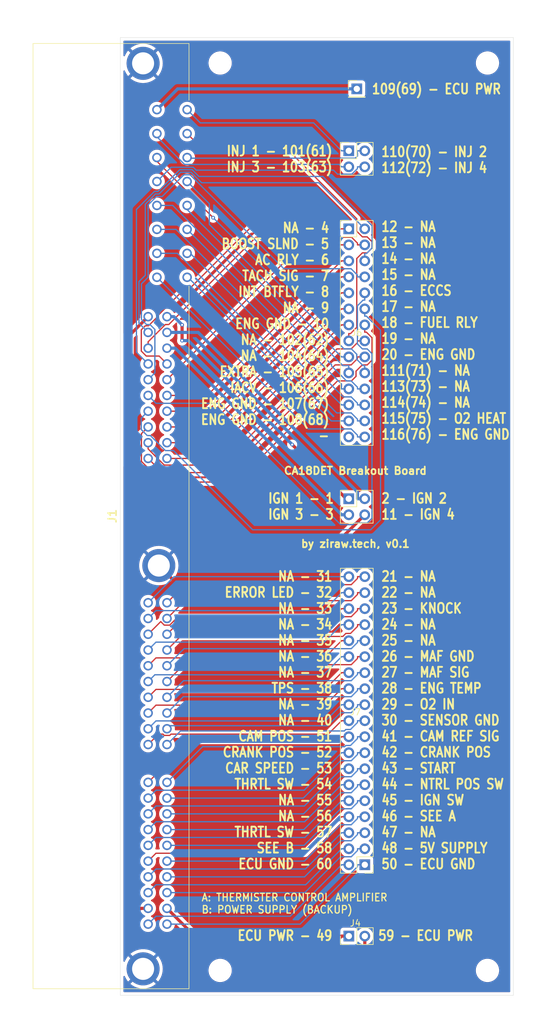
<source format=kicad_pcb>
(kicad_pcb (version 20240108) (generator "pcbnew") (generator_version "8.0")
  (layers (0 "F.Cu" signal) (31 "B.Cu" signal) (34 "B.Paste" user) (35 "F.Paste" user) (36 "B.SilkS" user "B.Silkscreen") (37 "F.SilkS" user "F.Silkscreen") (38 "B.Mask" user) (39 "F.Mask" user) (44 "Edge.Cuts" user))
  (net 0 "")
  (net 1 "Net-(J3-Pin_4)")
  (net 2 "Net-(J2-Pin_4)")
  (net 3 "Net-(J2-Pin_1)")
  (net 4 "Net-(J2-Pin_2)")
  (net 5 "Net-(J2-Pin_3)")
  (net 6 "Net-(J3-Pin_2)")
  (net 7 "Net-(J3-Pin_3)")
  (net 8 "GND")
  (net 9 "Net-(J3-Pin_1)")
  (net 10 "Net-(J4-Pin_1)")
  (net 11 "Net-(J4-Pin_2)")
  (net 12 "Net-(J5-Pin_1)")
  (net 13 "Net-(J6-Pin_11)")
  (net 14 "Net-(J6-Pin_23)")
  (net 15 "Net-(J6-Pin_8)")
  (net 16 "Net-(J6-Pin_24)")
  (net 17 "Net-(J6-Pin_18)")
  (net 18 "Net-(J6-Pin_19)")
  (net 19 "Net-(J6-Pin_6)")
  (net 20 "Net-(J6-Pin_7)")
  (net 21 "Net-(J6-Pin_13)")
  (net 22 "Net-(J6-Pin_9)")
  (net 23 "Net-(J6-Pin_14)")
  (net 24 "Net-(J6-Pin_21)")
  (net 25 "Net-(J6-Pin_26)")
  (net 26 "Net-(J6-Pin_5)")
  (net 27 "Net-(J6-Pin_15)")
  (net 28 "Net-(J6-Pin_16)")
  (net 29 "Net-(J6-Pin_25)")
  (net 30 "Net-(J6-Pin_10)")
  (net 31 "Net-(J6-Pin_3)")
  (net 32 "Net-(J6-Pin_1)")
  (net 33 "Net-(J6-Pin_22)")
  (net 34 "Net-(J6-Pin_17)")
  (net 35 "Net-(J6-Pin_4)")
  (net 36 "Net-(J6-Pin_12)")
  (net 37 "Net-(J6-Pin_28)")
  (net 38 "Net-(J6-Pin_20)")
  (net 39 "Net-(J6-Pin_2)")
  (net 40 "Net-(J7-Pin_21)")
  (net 41 "Net-(J7-Pin_2)")
  (net 42 "Net-(J7-Pin_22)")
  (net 43 "Net-(J7-Pin_6)")
  (net 44 "Net-(J7-Pin_16)")
  (net 45 "Net-(J7-Pin_12)")
  (net 46 "Net-(J7-Pin_13)")
  (net 47 "Net-(J7-Pin_9)")
  (net 48 "Net-(J7-Pin_19)")
  (net 49 "Net-(J7-Pin_23)")
  (net 50 "Net-(J7-Pin_38)")
  (net 51 "Net-(J7-Pin_4)")
  (net 52 "Net-(J7-Pin_37)")
  (net 53 "Net-(J7-Pin_32)")
  (net 54 "Net-(J7-Pin_34)")
  (net 55 "Net-(J7-Pin_8)")
  (net 56 "Net-(J7-Pin_1)")
  (net 57 "Net-(J7-Pin_28)")
  (net 58 "Net-(J7-Pin_7)")
  (net 59 "Net-(J7-Pin_25)")
  (net 60 "Net-(J7-Pin_31)")
  (net 61 "Net-(J7-Pin_29)")
  (net 62 "Net-(J7-Pin_18)")
  (net 63 "Net-(J7-Pin_17)")
  (net 64 "Net-(J7-Pin_5)")
  (net 65 "Net-(J7-Pin_33)")
  (net 66 "Net-(J7-Pin_35)")
  (net 67 "Net-(J7-Pin_20)")
  (net 68 "Net-(J7-Pin_10)")
  (net 69 "Net-(J7-Pin_15)")
  (net 70 "Net-(J7-Pin_14)")
  (net 71 "Net-(J7-Pin_3)")
  (net 72 "Net-(J7-Pin_24)")
  (net 73 "Net-(J7-Pin_36)")
  (net 74 "Net-(J7-Pin_27)")
  (net 75 "Net-(J7-Pin_11)")
  (net 76 "Net-(J7-Pin_26)")
  (net 77 "Net-(J7-Pin_30)")
  (footprint "MountingHole:MountingHole_3.2mm_M3" (layer "F.Cu") (at 117 171)
    (property "Reference" "H4" (hide yes))
    (property "Value" "MountingHole")
  )
  (footprint "Connector_PinHeader_2.54mm:PinHeader_2x19_P2.54mm_Vertical" (layer "F.Cu") (at 139.9988 154.2312 180)
    (property "Reference" "J7")
    (property "Value" "Conn_02x19_Odd_Even")
  )
  (footprint "KiCad:751743855" (layer "F.Cu") (at 106.9488 34.4012 90)
    (property "Reference" "J1")
    (property "Value" "7-5174385-5" (hide yes))
  )
  (footprint "Connector_PinHeader_2.54mm:PinHeader_2x02_P2.54mm_Vertical" (layer "F.Cu") (at 137.4488 96.1492)
    (property "Reference" "J2" (hide yes))
    (property "Value" "Conn_02x02_Counter_Clockwise")
  )
  (footprint "MountingHole:MountingHole_3.2mm_M3" (layer "F.Cu") (at 159.5 171)
    (property "Reference" "H3" (hide yes))
    (property "Value" "MountingHole")
  )
  (footprint "MountingHole:MountingHole_3.2mm_M3" (layer "F.Cu") (at 159.5 27)
    (property "Reference" "H1" (hide yes))
    (property "Value" "MountingHole")
  )
  (footprint "Connector_PinHeader_2.54mm:PinHeader_2x02_P2.54mm_Vertical" (layer "F.Cu") (at 137.4488 40.9352)
    (property "Reference" "J3" (hide yes))
    (property "Value" "Conn_02x02_Counter_Clockwise")
  )
  (footprint "Connector_PinHeader_2.54mm:PinHeader_2x14_P2.54mm_Vertical" (layer "F.Cu") (at 137.4488 53.3172)
    (property "Reference" "J6")
    (property "Value" "Conn_02x14_Odd_Even")
  )
  (footprint "Connector_PinHeader_2.54mm:PinHeader_1x01_P2.54mm_Vertical" (layer "F.Cu") (at 138.7238 31.1032)
    (property "Reference" "J5" (hide yes))
    (property "Value" "Conn_01x01")
  )
  (footprint "MountingHole:MountingHole_3.2mm_M3" (layer "F.Cu") (at 117 27)
    (property "Reference" "H2" (hide yes))
    (property "Value" "MountingHole")
  )
  (footprint "Connector_PinHeader_2.54mm:PinHeader_1x02_P2.54mm_Vertical" (layer "F.Cu") (at 137.46 165.5512 90)
    (property "Reference" "J4")
    (property "Value" "Conn_01x02")
  )
  (gr_rect (start 101.1238 22.9512) (end 163.6238 174.9512) (stroke (width 0.05)) (fill none) (layer "Edge.Cuts"))
  (gr_text "12 - NA\n13 - NA\n14 - NA\n15 - NA\n16 - ECCS\n17 - NA\n18 - FUEL RLY\n19 - NA\n20 - ENG GND\n111(71) - NA\n113(73) - NA\n114(74) - NA\n115(75) - O2 HEAT\n116(76) - ENG GND" (at 142.4888 52.0512 0) (layer "F.SilkS") (effects (font (size 1.575 1.3) (thickness 0.3) (bold yes)) (justify left top)))
  (gr_text "109(69) - ECU PWR" (at 140.9888 32.0512 0) (layer "F.SilkS") (effects (font (size 1.575 1.3) (thickness 0.3) (bold yes)) (justify left bottom)))
  (gr_text "NA - 31\nERROR LED - 32\nNA - 33\nNA - 34\nNA - 35\nNA - 36\nNA - 37\nTPS - 38\nNA - 39\nNA - 40\nCAM POS - 51\nCRANK POS - 52\nCAR SPEED - 53\nTHRTL SW - 54\nNA - 55\nNA - 56\nTHRTL SW - 57\nSEE B - 58\nECU GND - 60" (at 134.9888 107.5512 0) (layer "F.SilkS") (effects (font (size 1.575 1.3) (thickness 0.3) (bold yes)) (justify right top)))
  (gr_text "ECU PWR - 49" (at 134.9888 164.5512 0) (layer "F.SilkS") (effects (font (size 1.575 1.3) (thickness 0.3) (bold yes)) (justify right top)))
  (gr_text "2 - IGN 2\n11 - IGN 4" (at 142.4888 99.5512 0) (layer "F.SilkS") (effects (font (size 1.575 1.3) (thickness 0.3) (bold yes)) (justify left bottom)))
  (gr_text "NA - 4\nBOOST SLND - 5\nAC RLY - 6\nTACH SIG - 7\nINT BTFLY - 8\nNA - 9\nENG GND - 10\nNA - 102(62)\nNA - 104(64)\nEXTRA - 105(65)\nIACV - 106(66)\nENG GND - 107(67)\nENG GND - 108(68)\n-" (at 134.4888 87.0512 0) (layer "F.SilkS") (effects (font (size 1.575 1.3) (thickness 0.3) (bold yes)) (justify right bottom)))
  (gr_text "CA18DET Breakout Board\n\n\n\n\n\nby ziraw.tech, v0.1" (at 138.5 91 0) (layer "F.SilkS") (effects (font (size 1.2 1.2) (thickness 0.275) (bold yes)) (justify top)))
  (gr_text "59 - ECU PWR" (at 141.9888 164.5512 0) (layer "F.SilkS") (effects (font (size 1.575 1.3) (thickness 0.3) (bold yes)) (justify left top)))
  (gr_text "21 - NA\n22 - NA\n23 - KNOCK\n24 - NA\n25 - NA\n26 - MAF GND\n27 - MAF SIG\n28 - ENG TEMP\n29 - O2 IN\n30 - SENSOR GND\n41 - CAM REF SIG\n42 - CRANK POS\n43 - START\n44 - NTRL POS SW\n45 - IGN SW\n46 - SEE A\n47 - NA\n48 - 5V SUPPLY\n50 - ECU GND" (at 142.4888 107.5512 0) (layer "F.SilkS") (effects (font (size 1.575 1.3) (thickness 0.3) (bold yes)) (justify left top)))
  (gr_text "110(70) - INJ 2\n112(72) - INJ 4" (at 142.4888 44.5512 0) (layer "F.SilkS") (effects (font (size 1.575 1.3) (thickness 0.3) (bold yes)) (justify left bottom)))
  (gr_text "INJ 1 - 101(61)\nINJ 3 - 103(63)" (at 134.9888 40.0512 0) (layer "F.SilkS") (effects (font (size 1.575 1.3) (thickness 0.3) (bold yes)) (justify right top)))
  (gr_text "IGN 1 - 1\nIGN 3 - 3" (at 124.4888 99.5512 0) (layer "F.SilkS") (effects (font (size 1.575 1.3) (thickness 0.3) (bold yes)) (justify left bottom)))
  (gr_text "A: THERMISTER CONTROL AMPLIFIER\nB: POWER SUPPLY (BACKUP)" (at 113.9488 162.0512 0) (layer "F.SilkS") (effects (font (size 1.2 1.1) (thickness 0.2) (bold yes)) (justify left bottom)))
  (segment (start 137.943 44.6378) (end 138.8371 43.7437) (width 0.2) (layer "B.Cu") (net 1))
  (segment (start 135.0166 44) (end 135.6544 44.6378) (width 0.2) (layer "B.Cu") (net 1))
  (segment (start 113.184058 44) (end 135.0166 44) (width 0.2) (layer "B.Cu") (net 1))
  (segment (start 109.2115 43.5385) (end 112.722558 43.5385) (width 0.2) (layer "B.Cu") (net 1))
  (segment (start 138.8371 43.4752) (end 139.9888 43.4752) (width 0.2) (layer "B.Cu") (net 1))
  (segment (start 112.722558 43.5385) (end 113.184058 44) (width 0.2) (layer "B.Cu") (net 1))
  (segment (start 106.9488 45.8012) (end 109.2115 43.5385) (width 0.2) (layer "B.Cu") (net 1))
  (segment (start 138.8371 43.7437) (end 138.8371 43.4752) (width 0.2) (layer "B.Cu") (net 1))
  (segment (start 135.6544 44.6378) (end 137.943 44.6378) (width 0.2) (layer "B.Cu") (net 1))
  (segment (start 115.3976 103.5) (end 102.5 90.6024) (width 0.5) (layer "F.Cu") (net 2))
  (segment (start 102.5 90.6024) (end 102.5 70.3) (width 0.5) (layer "F.Cu") (net 2))
  (segment (start 139.9888 98.6892) (end 135.178 103.5) (width 0.5) (layer "F.Cu") (net 2))
  (segment (start 102.5 70.3) (end 105.5488 67.2512) (width 0.5) (layer "F.Cu") (net 2))
  (segment (start 135.178 103.5) (end 115.3976 103.5) (width 0.5) (layer "F.Cu") (net 2))
  (segment (start 137.4488 96.1492) (end 137.0468 96.1492) (width 0.5) (layer "F.Cu") (net 3))
  (segment (start 137.0468 96.1492) (end 128.4488 87.5512) (width 0.5) (layer "F.Cu") (net 3))
  (segment (start 110.9488 71.0512) (end 110.9488 68.5512) (width 0.5) (layer "F.Cu") (net 3))
  (via (at 110.9488 71.0512) (size 0.6) (drill 0.3) (layers "F.Cu" "B.Cu") (net 3))
  (via (at 128.4488 87.5512) (size 0.6) (drill 0.3) (layers "F.Cu" "B.Cu") (net 3))
  (via (at 110.9488 68.5512) (size 0.6) (drill 0.3) (layers "F.Cu" "B.Cu") (net 3))
  (segment (start 128.4488 87.5512) (end 111.9488 71.0512) (width 0.5) (layer "B.Cu") (net 3))
  (segment (start 110.9488 68.5512) (end 109.6488 67.2512) (width 0.5) (layer "B.Cu") (net 3))
  (segment (start 111.9488 71.0512) (end 110.9488 71.0512) (width 0.5) (layer "B.Cu") (net 3))
  (segment (start 109.6488 67.2512) (end 108.5488 67.2512) (width 0.5) (layer "B.Cu") (net 3))
  (segment (start 138.8371 96.1492) (end 139.9888 96.1492) (width 0.5) (layer "B.Cu") (net 4))
  (segment (start 113.5024 69.7512) (end 138.8371 95.0859) (width 0.5) (layer "B.Cu") (net 4))
  (segment (start 108.5488 69.7512) (end 113.5024 69.7512) (width 0.5) (layer "B.Cu") (net 4))
  (segment (start 138.8371 95.0859) (end 138.8371 96.1492) (width 0.5) (layer "B.Cu") (net 4))
  (segment (start 137.4488 98.6892) (end 136.2971 98.6892) (width 0.5) (layer "B.Cu") (net 5))
  (segment (start 108.5488 72.2512) (end 109.8591 72.2512) (width 0.5) (layer "B.Cu") (net 5))
  (segment (start 109.8591 72.2512) (end 136.2971 98.6892) (width 0.5) (layer "B.Cu") (net 5))
  (segment (start 139.9888 40.9352) (end 138.8371 40.9352) (width 0.2) (layer "B.Cu") (net 6))
  (segment (start 138.8371 41.7497) (end 138.8371 40.9352) (width 0.2) (layer "B.Cu") (net 6))
  (segment (start 111.8508 42.1032) (end 138.4836 42.1032) (width 0.2) (layer "B.Cu") (net 6))
  (segment (start 111.7488 42.0012) (end 111.8508 42.1032) (width 0.2) (layer "B.Cu") (net 6))
  (segment (start 138.4836 42.1032) (end 138.8371 41.7497) (width 0.2) (layer "B.Cu") (net 6))
  (segment (start 135.9133 43.0914) (end 136.2971 43.4752) (width 0.2) (layer "B.Cu") (net 7))
  (segment (start 137.4488 43.4752) (end 136.2971 43.4752) (width 0.2) (layer "B.Cu") (net 7))
  (segment (start 106.9488 38.7028) (end 111.3374 43.0914) (width 0.2) (layer "B.Cu") (net 7))
  (segment (start 111.3374 43.0914) (end 135.9133 43.0914) (width 0.2) (layer "B.Cu") (net 7))
  (segment (start 106.9488 38.2012) (end 106.9488 38.7028) (width 0.2) (layer "B.Cu") (net 7))
  (segment (start 111.7488 34.4012) (end 113.8476 36.5) (width 0.2) (layer "B.Cu") (net 9))
  (segment (start 131.8619 36.5) (end 136.2971 40.9352) (width 0.2) (layer "B.Cu") (net 9))
  (segment (start 113.8476 36.5) (end 131.8619 36.5) (width 0.2) (layer "B.Cu") (net 9))
  (segment (start 136.2971 40.9352) (end 137.4488 40.9352) (width 0.2) (layer "B.Cu") (net 9))
  (segment (start 136.3083 165.5512) (end 137.46 165.5512) (width 0.5) (layer "F.Cu") (net 10))
  (segment (start 108.5488 161.1512) (end 114.3976 167) (width 0.5) (layer "F.Cu") (net 10))
  (segment (start 114.3976 167) (end 134.8595 167) (width 0.5) (layer "F.Cu") (net 10))
  (segment (start 134.8595 167) (end 136.3083 165.5512) (width 0.5) (layer "F.Cu") (net 10))
  (segment (start 103.4488 164.5512) (end 103.4488 162.0512) (width 0.5) (layer "F.Cu") (net 11))
  (segment (start 104.3488 161.1512) (end 105.5488 161.1512) (width 0.5) (layer "F.Cu") (net 11))
  (segment (start 103.4488 162.0512) (end 104.3488 161.1512) (width 0.5) (layer "F.Cu") (net 11))
  (segment (start 140 167.5) (end 139.4488 168.0512) (width 0.5) (layer "F.Cu") (net 11))
  (segment (start 139.4488 168.0512) (end 106.9488 168.0512) (width 0.5) (layer "F.Cu") (net 11))
  (segment (start 140 165.5512) (end 140 167.5) (width 0.5) (layer "F.Cu") (net 11))
  (segment (start 106.9488 168.0512) (end 103.4488 164.5512) (width 0.5) (layer "F.Cu") (net 11))
  (segment (start 110.2468 31.1032) (end 138.7238 31.1032) (width 0.5) (layer "B.Cu") (net 12))
  (segment (start 106.9488 34.4012) (end 110.2468 31.1032) (width 0.5) (layer "B.Cu") (net 12))
  (segment (start 136.2971 66.0172) (end 115.0631 87.2512) (width 0.2) (layer "F.Cu") (net 13))
  (segment (start 137.4488 66.0172) (end 136.2971 66.0172) (width 0.2) (layer "F.Cu") (net 13))
  (segment (start 115.0631 87.2512) (end 108.5488 87.2512) (width 0.2) (layer "F.Cu") (net 13))
  (segment (start 111.7488 57.2012) (end 112.2411 57.2012) (width 0.2) (layer "B.Cu") (net 14))
  (segment (start 137.4488 81.2572) (end 136.2971 81.2572) (width 0.2) (layer "B.Cu") (net 14))
  (segment (start 112.2411 57.2012) (end 136.2971 81.2572) (width 0.2) (layer "B.Cu") (net 14))
  (segment (start 111.2296 44.7385) (end 112.2255 44.7385) (width 0.2) (layer "B.Cu") (net 15))
  (segment (start 138.8371 60.6687) (end 138.8371 60.9372) (width 0.2) (layer "B.Cu") (net 15))
  (segment (start 139.9888 60.9372) (end 138.8371 60.9372) (width 0.2) (layer "B.Cu") (net 15))
  (segment (start 105.5488 77.2512) (end 106.6239 76.1761) (width 0.2) (layer "B.Cu") (net 15))
  (segment (start 107.7831 48.185) (end 111.2296 44.7385) (width 0.2) (layer "B.Cu") (net 15))
  (segment (start 104.4938 62.0512) (end 105.544 61.001) (width 0.2) (layer "B.Cu") (net 15))
  (segment (start 105.8457 68.5012) (end 105.2968 68.5012) (width 0.2) (layer "B.Cu") (net 15))
  (segment (start 104.4938 67.6982) (end 104.4938 62.0512) (width 0.2) (layer "B.Cu") (net 15))
  (segment (start 106.6239 69.2794) (end 105.8457 68.5012) (width 0.2) (layer "B.Cu") (net 15))
  (segment (start 105.544 61.001) (end 105.544 49.5187) (width 0.2) (layer "B.Cu") (net 15))
  (segment (start 112.2255 44.7385) (end 127.1321 59.6451) (width 0.2) (layer "B.Cu") (net 15))
  (segment (start 105.544 49.5187) (end 106.8777 48.185) (width 0.2) (layer "B.Cu") (net 15))
  (segment (start 127.1321 59.6451) (end 137.8135 59.6451) (width 0.2) (layer "B.Cu") (net 15))
  (segment (start 105.2968 68.5012) (end 104.4938 67.6982) (width 0.2) (layer "B.Cu") (net 15))
  (segment (start 106.8777 48.185) (end 107.7831 48.185) (width 0.2) (layer "B.Cu") (net 15))
  (segment (start 106.6239 76.1761) (end 106.6239 69.2794) (width 0.2) (layer "B.Cu") (net 15))
  (segment (start 137.8135 59.6451) (end 138.8371 60.6687) (width 0.2) (layer "B.Cu") (net 15))
  (segment (start 138.8371 80.9887) (end 138.8371 81.2572) (width 0.2) (layer "B.Cu") (net 16))
  (segment (start 136.5648 79.9872) (end 137.8356 79.9872) (width 0.2) (layer "B.Cu") (net 16))
  (segment (start 138.8371 81.2572) (end 139.9888 81.2572) (width 0.2) (layer "B.Cu") (net 16))
  (segment (start 106.9488 53.4012) (end 109.9788 53.4012) (width 0.2) (layer "B.Cu") (net 16))
  (segment (start 137.8356 79.9872) (end 138.8371 80.9887) (width 0.2) (layer "B.Cu") (net 16))
  (segment (start 109.9788 53.4012) (end 136.5648 79.9872) (width 0.2) (layer "B.Cu") (net 16))
  (segment (start 137.8356 74.9072) (end 135.2887 74.9072) (width 0.2) (layer "F.Cu") (net 17))
  (segment (start 138.8371 73.6372) (end 138.8371 73.9057) (width 0.2) (layer "F.Cu") (net 17))
  (segment (start 138.8371 73.9057) (end 137.8356 74.9072) (width 0.2) (layer "F.Cu") (net 17))
  (segment (start 135.2887 74.9072) (end 118.1959 92) (width 0.2) (layer "F.Cu") (net 17))
  (segment (start 118.1959 92) (end 107.7976 92) (width 0.2) (layer "F.Cu") (net 17))
  (segment (start 107.7976 92) (end 105.5488 89.7512) (width 0.2) (layer "F.Cu") (net 17))
  (segment (start 139.9888 73.6372) (end 138.8371 73.6372) (width 0.2) (layer "F.Cu") (net 17))
  (segment (start 111.7488 50.2488) (end 136.5255 75.0255) (width 0.2) (layer "B.Cu") (net 18))
  (segment (start 136.5255 75.0255) (end 137.4488 75.0255) (width 0.2) (layer "B.Cu") (net 18))
  (segment (start 137.4488 75.0255) (end 137.4488 76.1772) (width 0.2) (layer "B.Cu") (net 18))
  (segment (start 111.7488 49.6012) (end 111.7488 50.2488) (width 0.2) (layer "B.Cu") (net 18))
  (segment (start 141.1611 56.3417) (end 140.2573 57.2455) (width 0.2) (layer "B.Cu") (net 19))
  (segment (start 106.5451 47.3816) (end 107.1148 47.3816) (width 0.2) (layer "B.Cu") (net 19))
  (segment (start 112.556872 43.9385) (end 113.618372 45) (width 0.2) (layer "B.Cu") (net 19))
  (segment (start 103.6904 50.2363) (end 106.5451 47.3816) (width 0.2) (layer "B.Cu") (net 19))
  (segment (start 113.618372 45) (end 133.3331 45) (width 0.2) (layer "B.Cu") (net 19))
  (segment (start 103.6904 72.8928) (end 103.6904 50.2363) (width 0.2) (layer "B.Cu") (net 19))
  (segment (start 141.1611 52.828) (end 141.1611 56.3417) (width 0.2) (layer "B.Cu") (net 19))
  (segment (start 140.2573 57.2455) (end 139.9888 57.2455) (width 0.2) (layer "B.Cu") (net 19))
  (segment (start 133.3331 45) (end 141.1611 52.828) (width 0.2) (layer "B.Cu") (net 19))
  (segment (start 110.5579 43.9385) (end 112.556872 43.9385) (width 0.2) (layer "B.Cu") (net 19))
  (segment (start 139.9888 57.2455) (end 139.9888 58.3972) (width 0.2) (layer "B.Cu") (net 19))
  (segment (start 107.1148 47.3816) (end 110.5579 43.9385) (width 0.2) (layer "B.Cu") (net 19))
  (segment (start 105.5488 74.7512) (end 103.6904 72.8928) (width 0.2) (layer "B.Cu") (net 19))
  (segment (start 136.2971 60.9372) (end 114.9831 82.2512) (width 0.2) (layer "F.Cu") (net 20))
  (segment (start 114.9831 82.2512) (end 108.5488 82.2512) (width 0.2) (layer "F.Cu") (net 20))
  (segment (start 137.4488 60.9372) (end 136.2971 60.9372) (width 0.2) (layer "F.Cu") (net 20))
  (segment (start 136.2971 68.5572) (end 115.1031 89.7512) (width 0.2) (layer "F.Cu") (net 21))
  (segment (start 137.4488 68.5572) (end 136.2971 68.5572) (width 0.2) (layer "F.Cu") (net 21))
  (segment (start 115.1031 89.7512) (end 108.5488 89.7512) (width 0.2) (layer "F.Cu") (net 21))
  (segment (start 137.4488 63.4772) (end 136.2971 63.4772) (width 0.2) (layer "F.Cu") (net 22))
  (segment (start 108.5488 84.7512) (end 115.0231 84.7512) (width 0.2) (layer "F.Cu") (net 22))
  (segment (start 115.0231 84.7512) (end 136.2971 63.4772) (width 0.2) (layer "F.Cu") (net 22))
  (segment (start 135.6604 77.4472) (end 137.8763 77.4472) (width 0.2) (layer "F.Cu") (net 23))
  (segment (start 138.6005 76.723) (end 138.6005 75.9014) (width 0.2) (layer "F.Cu") (net 23))
  (segment (start 107.7668 93.5) (end 119.6076 93.5) (width 0.2) (layer "F.Cu") (net 23))
  (segment (start 104.4898 85.8102) (end 104.4898 90.223) (width 0.2) (layer "F.Cu") (net 23))
  (segment (start 139.9888 69.7089) (end 139.9888 68.5572) (width 0.2) (layer "F.Cu") (net 23))
  (segment (start 140.2573 69.7089) (end 139.9888 69.7089) (width 0.2) (layer "F.Cu") (net 23))
  (segment (start 137.8763 77.4472) (end 138.6005 76.723) (width 0.2) (layer "F.Cu") (net 23))
  (segment (start 119.6076 93.5) (end 135.6604 77.4472) (width 0.2) (layer "F.Cu") (net 23))
  (segment (start 139.5947 74.9072) (end 140.3886 74.9072) (width 0.2) (layer "F.Cu") (net 23))
  (segment (start 138.6005 75.9014) (end 139.5947 74.9072) (width 0.2) (layer "F.Cu") (net 23))
  (segment (start 104.4898 90.223) (end 107.7668 93.5) (width 0.2) (layer "F.Cu") (net 23))
  (segment (start 141.1427 70.5943) (end 140.2573 69.7089) (width 0.2) (layer "F.Cu") (net 23))
  (segment (start 105.5488 84.7512) (end 104.4898 85.8102) (width 0.2) (layer "F.Cu") (net 23))
  (segment (start 141.1427 74.1531) (end 141.1427 70.5943) (width 0.2) (layer "F.Cu") (net 23))
  (segment (start 140.3886 74.9072) (end 141.1427 74.1531) (width 0.2) (layer "F.Cu") (net 23))
  (segment (start 136.2971 77.9495) (end 136.2971 78.7172) (width 0.2) (layer "B.Cu") (net 24))
  (segment (start 111.7488 53.4012) (end 136.2971 77.9495) (width 0.2) (layer "B.Cu") (net 24))
  (segment (start 137.4488 78.7172) (end 136.2971 78.7172) (width 0.2) (layer "B.Cu") (net 24))
  (segment (start 138.8371 83.7972) (end 139.9888 83.7972) (width 0.2) (layer "B.Cu") (net 25))
  (segment (start 138.8371 83.5287) (end 138.8371 83.7972) (width 0.2) (layer "B.Cu") (net 25))
  (segment (start 110.2012 57.2012) (end 135.5272 82.5272) (width 0.2) (layer "B.Cu") (net 25))
  (segment (start 106.9488 57.2012) (end 110.2012 57.2012) (width 0.2) (layer "B.Cu") (net 25))
  (segment (start 135.5272 82.5272) (end 137.8356 82.5272) (width 0.2) (layer "B.Cu") (net 25))
  (segment (start 137.8356 82.5272) (end 138.8371 83.5287) (width 0.2) (layer "B.Cu") (net 25))
  (segment (start 137.4488 58.3972) (end 136.2971 58.3972) (width 0.2) (layer "F.Cu") (net 26))
  (segment (start 108.5488 79.7512) (end 114.9431 79.7512) (width 0.2) (layer "F.Cu") (net 26))
  (segment (start 114.9431 79.7512) (end 136.2971 58.3972) (width 0.2) (layer "F.Cu") (net 26))
  (segment (start 140.375 54.5872) (end 141.1405 55.3527) (width 0.2) (layer "F.Cu") (net 27))
  (segment (start 137.4488 69.9455) (end 137.4488 71.0972) (width 0.2) (layer "F.Cu") (net 27))
  (segment (start 137.7173 69.9455) (end 137.4488 69.9455) (width 0.2) (layer "F.Cu") (net 27))
  (segment (start 141.1405 55.3527) (end 141.1405 56.3709) (width 0.2) (layer "F.Cu") (net 27))
  (segment (start 138.7188 51.7188) (end 138.7188 53.6966) (width 0.2) (layer "F.Cu") (net 27))
  (segment (start 138.7188 58.0198) (end 138.7188 68.944) (width 0.2) (layer "F.Cu") (net 27))
  (segment (start 111.7488 38.2012) (end 113.0476 39.5) (width 0.2) (layer "F.Cu") (net 27))
  (segment (start 138.7188 53.6966) (end 139.6094 54.5872) (width 0.2) (layer "F.Cu") (net 27))
  (segment (start 138.7188 68.944) (end 137.7173 69.9455) (width 0.2) (layer "F.Cu") (net 27))
  (segment (start 126.5 39.5) (end 138.7188 51.7188) (width 0.2) (layer "F.Cu") (net 27))
  (segment (start 139.6094 54.5872) (end 140.375 54.5872) (width 0.2) (layer "F.Cu") (net 27))
  (segment (start 140.3842 57.1272) (end 139.6114 57.1272) (width 0.2) (layer "F.Cu") (net 27))
  (segment (start 113.0476 39.5) (end 126.5 39.5) (width 0.2) (layer "F.Cu") (net 27))
  (segment (start 141.1405 56.3709) (end 140.3842 57.1272) (width 0.2) (layer "F.Cu") (net 27))
  (segment (start 139.6114 57.1272) (end 138.7188 58.0198) (width 0.2) (layer "F.Cu") (net 27))
  (segment (start 105.5488 87.2512) (end 105.5488 88.2385) (width 0.2) (layer "F.Cu") (net 28))
  (segment (start 137.8356 72.3672) (end 138.8371 71.3657) (width 0.2) (layer "F.Cu") (net 28))
  (segment (start 105.5488 88.2385) (end 108.1159 90.8056) (width 0.2) (layer "F.Cu") (net 28))
  (segment (start 138.8371 71.3657) (end 138.8371 71.0972) (width 0.2) (layer "F.Cu") (net 28))
  (segment (start 117.1348 90.8056) (end 135.5732 72.3672) (width 0.2) (layer "F.Cu") (net 28))
  (segment (start 139.9888 71.0972) (end 138.8371 71.0972) (width 0.2) (layer "F.Cu") (net 28))
  (segment (start 135.5732 72.3672) (end 137.8356 72.3672) (width 0.2) (layer "F.Cu") (net 28))
  (segment (start 108.1159 90.8056) (end 117.1348 90.8056) (width 0.2) (layer "F.Cu") (net 28))
  (segment (start 134.671 83.7972) (end 137.4488 83.7972) (width 0.2) (layer "B.Cu") (net 29))
  (segment (start 111.875 61.0012) (end 134.671 83.7972) (width 0.2) (layer "B.Cu") (net 29))
  (segment (start 111.7488 61.0012) (end 111.875 61.0012) (width 0.2) (layer "B.Cu") (net 29))
  (segment (start 106.7988 81.0012) (end 105.5488 79.7512) (width 0.2) (layer "B.Cu") (net 30))
  (segment (start 138.8304 71.5856) (end 139.612 72.3672) (width 0.2) (layer "B.Cu") (net 30))
  (segment (start 141.1406 99.2377) (end 140.3911 99.9872) (width 0.2) (layer "B.Cu") (net 30))
  (segment (start 138.1041 100.2595) (end 136.1663 100.2595) (width 0.2) (layer "B.Cu") (net 30))
  (segment (start 139.7203 64.6289) (end 138.8304 65.5188) (width 0.2) (layer "B.Cu") (net 30))
  (segment (start 138.8304 65.5188) (end 138.8304 71.5856) (width 0.2) (layer "B.Cu") (net 30))
  (segment (start 136.1663 100.2595) (end 116.908 81.0012) (width 0.2) (layer "B.Cu") (net 30))
  (segment (start 139.9888 64.6289) (end 139.7203 64.6289) (width 0.2) (layer "B.Cu") (net 30))
  (segment (start 116.908 81.0012) (end 106.7988 81.0012) (width 0.2) (layer "B.Cu") (net 30))
  (segment (start 140.3826 72.3672) (end 141.1406 73.1252) (width 0.2) (layer "B.Cu") (net 30))
  (segment (start 141.1406 73.1252) (end 141.1406 99.2377) (width 0.2) (layer "B.Cu") (net 30))
  (segment (start 139.9888 63.4772) (end 139.9888 64.6289) (width 0.2) (layer "B.Cu") (net 30))
  (segment (start 140.3911 99.9872) (end 138.3764 99.9872) (width 0.2) (layer "B.Cu") (net 30))
  (segment (start 138.3764 99.9872) (end 138.1041 100.2595) (width 0.2) (layer "B.Cu") (net 30))
  (segment (start 139.612 72.3672) (end 140.3826 72.3672) (width 0.2) (layer "B.Cu") (net 30))
  (segment (start 108.5488 77.2512) (end 129.9428 55.8572) (width 0.2) (layer "F.Cu") (net 31))
  (segment (start 129.9428 55.8572) (end 137.4488 55.8572) (width 0.2) (layer "F.Cu") (net 31))
  (segment (start 112.0738 62.8783) (end 121.6349 53.3172) (width 0.2) (layer "F.Cu") (net 32))
  (segment (start 111.3036 62.8783) (end 112.0738 62.8783) (width 0.2) (layer "F.Cu") (net 32))
  (segment (start 121.6349 53.3172) (end 137.4488 53.3172) (width 0.2) (layer "F.Cu") (net 32))
  (segment (start 105.2536 73.5012) (end 104.4635 72.7111) (width 0.2) (layer "F.Cu") (net 32))
  (segment (start 104.4635 72.7111) (end 104.4635 69.3381) (width 0.2) (layer "F.Cu") (net 32))
  (segment (start 107.0489 67.133) (end 111.3036 62.8783) (width 0.2) (layer "F.Cu") (net 32))
  (segment (start 105.1021 68.6995) (end 105.6155 68.6995) (width 0.2) (layer "F.Cu") (net 32))
  (segment (start 107.0489 67.2661) (end 107.0489 67.133) (width 0.2) (layer "F.Cu") (net 32))
  (segment (start 108.5488 74.7512) (end 107.2988 73.5012) (width 0.2) (layer "F.Cu") (net 32))
  (segment (start 104.4635 69.3381) (end 105.1021 68.6995) (width 0.2) (layer "F.Cu") (net 32))
  (segment (start 107.2988 73.5012) (end 105.2536 73.5012) (width 0.2) (layer "F.Cu") (net 32))
  (segment (start 105.6155 68.6995) (end 107.0489 67.2661) (width 0.2) (layer "F.Cu") (net 32))
  (segment (start 109.4527 49.6012) (end 134.705 74.8535) (width 0.2) (layer "B.Cu") (net 33))
  (segment (start 139.9888 78.7172) (end 138.8371 78.7172) (width 0.2) (layer "B.Cu") (net 33))
  (segment (start 134.705 75.0707) (end 137.0815 77.4472) (width 0.2) (layer "B.Cu") (net 33))
  (segment (start 134.705 74.8535) (end 134.705 75.0707) (width 0.2) (layer "B.Cu") (net 33))
  (segment (start 106.9488 49.6012) (end 109.4527 49.6012) (width 0.2) (layer "B.Cu") (net 33))
  (segment (start 137.8356 77.4472) (end 138.8371 78.4487) (width 0.2) (layer "B.Cu") (net 33))
  (segment (start 137.0815 77.4472) (end 137.8356 77.4472) (width 0.2) (layer "B.Cu") (net 33))
  (segment (start 138.8371 78.4487) (end 138.8371 78.7172) (width 0.2) (layer "B.Cu") (net 33))
  (segment (start 115.2793 49.3317) (end 111.7488 45.8012) (width 0.2) (layer "B.Cu") (net 34))
  (segment (start 136.2971 73.6372) (end 115.2793 52.6194) (width 0.2) (layer "B.Cu") (net 34))
  (segment (start 115.2793 52.6194) (end 115.2793 49.3317) (width 0.2) (layer "B.Cu") (net 34))
  (segment (start 137.4488 73.6372) (end 136.2971 73.6372) (width 0.2) (layer "B.Cu") (net 34))
  (segment (start 137.9061 54.6577) (end 138.8371 55.5887) (width 0.2) (layer "F.Cu") (net 35))
  (segment (start 108.2915 68.5012) (end 108.8335 68.5012) (width 0.2) (layer "F.Cu") (net 35))
  (segment (start 122.677 54.6577) (end 137.9061 54.6577) (width 0.2) (layer "F.Cu") (net 35))
  (segment (start 105.5488 71.2439) (end 108.2915 68.5012) (width 0.2) (layer "F.Cu") (net 35))
  (segment (start 138.8371 55.5887) (end 138.8371 55.8572) (width 0.2) (layer "F.Cu") (net 35))
  (segment (start 108.8335 68.5012) (end 122.677 54.6577) (width 0.2) (layer "F.Cu") (net 35))
  (segment (start 105.5488 72.2512) (end 105.5488 71.2439) (width 0.2) (layer "F.Cu") (net 35))
  (segment (start 139.9888 55.8572) (end 138.8371 55.8572) (width 0.2) (layer "F.Cu") (net 35))
  (segment (start 105.5488 82.2512) (end 104.461 83.339) (width 0.2) (layer "B.Cu") (net 36))
  (segment (start 142.5 99.5) (end 142.5 69.4116) (width 0.2) (layer "B.Cu") (net 36))
  (segment (start 104.461 85.1706) (end 105.4073 86.1169) (width 0.2) (layer "B.Cu") (net 36))
  (segment (start 142.5 69.4116) (end 140.2573 67.1689) (width 0.2) (layer "B.Cu") (net 36))
  (segment (start 105.9072 86.1169) (end 108.2915 88.5012) (width 0.2) (layer "B.Cu") (net 36))
  (segment (start 139.9888 67.1689) (end 139.9888 66.0172) (width 0.2) (layer "B.Cu") (net 36))
  (segment (start 104.461 83.339) (end 104.461 85.1706) (width 0.2) (layer "B.Cu") (net 36))
  (segment (start 122.1675 101.0697) (end 140.9303 101.0697) (width 0.2) (layer "B.Cu") (net 36))
  (segment (start 140.2573 67.1689) (end 139.9888 67.1689) (width 0.2) (layer "B.Cu") (net 36))
  (segment (start 140.9303 101.0697) (end 142.5 99.5) (width 0.2) (layer "B.Cu") (net 36))
  (segment (start 109.599 88.5012) (end 122.1675 101.0697) (width 0.2) (layer "B.Cu") (net 36))
  (segment (start 108.2915 88.5012) (end 109.599 88.5012) (width 0.2) (layer "B.Cu") (net 36))
  (segment (start 105.4073 86.1169) (end 105.9072 86.1169) (width 0.2) (layer "B.Cu") (net 36))
  (segment (start 138.8371 86.3372) (end 138.8371 86.0687) (width 0.2) (layer "B.Cu") (net 37))
  (segment (start 131.0148 85.0672) (end 106.9488 61.0012) (width 0.2) (layer "B.Cu") (net 37))
  (segment (start 138.8371 86.0687) (end 137.8356 85.0672) (width 0.2) (layer "B.Cu") (net 37))
  (segment (start 137.8356 85.0672) (end 131.0148 85.0672) (width 0.2) (layer "B.Cu") (net 37))
  (segment (start 139.9888 86.3372) (end 138.8371 86.3372) (width 0.2) (layer "B.Cu") (net 37))
  (segment (start 106.9488 42.0012) (end 106.9488 42.6071) (width 0.2) (layer "F.Cu") (net 38))
  (segment (start 106.9488 42.6071) (end 115.8883 51.5466) (width 0.2) (layer "F.Cu") (net 38))
  (via (at 115.8883 51.5466) (size 0.6) (drill 0.3) (layers "F.Cu" "B.Cu") (net 38))
  (segment (start 138.7188 73.2189) (end 137.8656 72.3657) (width 0.2) (layer "B.Cu") (net 38))
  (segment (start 137.8656 72.3657) (end 136.7074 72.3657) (width 0.2) (layer "B.Cu") (net 38))
  (segment (start 136.7074 72.3657) (end 115.8883 51.5466) (width 0.2) (layer "B.Cu") (net 38))
  (segment (start 139.9888 75.0255) (end 139.7203 75.0255) (width 0.2) (layer "B.Cu") (net 38))
  (segment (start 139.7203 75.0255) (end 138.7188 74.024) (width 0.2) (layer "B.Cu") (net 38))
  (segment (start 139.9888 76.1772) (end 139.9888 75.0255) (width 0.2) (layer "B.Cu") (net 38))
  (segment (start 138.7188 74.024) (end 138.7188 73.2189) (width 0.2) (layer "B.Cu") (net 38))
  (segment (start 112.391186 44.3385) (end 114.052686 46) (width 0.2) (layer "B.Cu") (net 39))
  (segment (start 105.101 60.6758) (end 105.101 49.3937) (width 0.2) (layer "B.Cu") (net 39))
  (segment (start 105.5488 69.7512) (end 104.0921 68.2945) (width 0.2) (layer "B.Cu") (net 39))
  (segment (start 132.6716 46) (end 139.9888 53.3172) (width 0.2) (layer "B.Cu") (net 39))
  (segment (start 104.0921 61.6847) (end 105.101 60.6758) (width 0.2) (layer "B.Cu") (net 39))
  (segment (start 106.7114 47.7833) (end 107.2811 47.7833) (width 0.2) (layer "B.Cu") (net 39))
  (segment (start 105.101 49.3937) (end 106.7114 47.7833) (width 0.2) (layer "B.Cu") (net 39))
  (segment (start 107.2811 47.7833) (end 110.7259 44.3385) (width 0.2) (layer "B.Cu") (net 39))
  (segment (start 114.052686 46) (end 132.6716 46) (width 0.2) (layer "B.Cu") (net 39))
  (segment (start 110.7259 44.3385) (end 112.391186 44.3385) (width 0.2) (layer "B.Cu") (net 39))
  (segment (start 104.0921 68.2945) (end 104.0921 61.6847) (width 0.2) (layer "B.Cu") (net 39))
  (segment (start 134.0909 132.1627) (end 136.1524 130.1012) (width 0.2) (layer "B.Cu") (net 40))
  (segment (start 139.9988 128.8312) (end 138.8471 128.8312) (width 0.2) (layer "B.Cu") (net 40))
  (segment (start 137.8456 130.1012) (end 138.8471 129.0997) (width 0.2) (layer "B.Cu") (net 40))
  (segment (start 138.8471 129.0997) (end 138.8471 128.8312) (width 0.2) (layer "B.Cu") (net 40))
  (segment (start 136.1524 130.1012) (end 137.8456 130.1012) (width 0.2) (layer "B.Cu") (net 40))
  (segment (start 108.5488 132.6512) (end 109.0373 132.1627) (width 0.2) (layer "B.Cu") (net 40))
  (segment (start 109.0373 132.1627) (end 134.0909 132.1627) (width 0.2) (layer "B.Cu") (net 40))
  (segment (start 106.7988 162.4012) (end 128.1371 162.4012) (width 0.2) (layer "B.Cu") (net 41))
  (segment (start 137.4588 154.2312) (end 136.3071 154.2312) (width 0.2) (layer "B.Cu") (net 41))
  (segment (start 105.5488 163.6512) (end 106.7988 162.4012) (width 0.2) (layer "B.Cu") (net 41))
  (segment (start 128.1371 162.4012) (end 136.3071 154.2312) (width 0.2) (layer "B.Cu") (net 41))
  (segment (start 137.4588 128.8312) (end 136.3071 128.8312) (width 0.2) (layer "B.Cu") (net 42))
  (segment (start 105.5488 132.6512) (end 106.7988 131.4012) (width 0.2) (layer "B.Cu") (net 42))
  (segment (start 106.7988 131.4012) (end 133.7371 131.4012) (width 0.2) (layer "B.Cu") (net 42))
  (segment (start 133.7371 131.4012) (end 136.3071 128.8312) (width 0.2) (layer "B.Cu") (net 42))
  (segment (start 106.7988 154.9012) (end 130.5571 154.9012) (width 0.2) (layer "B.Cu") (net 43))
  (segment (start 105.5488 156.1512) (end 106.7988 154.9012) (width 0.2) (layer "B.Cu") (net 43))
  (segment (start 137.4588 149.1512) (end 136.3071 149.1512) (width 0.2) (layer "B.Cu") (net 43))
  (segment (start 130.5571 154.9012) (end 136.3071 149.1512) (width 0.2) (layer "B.Cu") (net 43))
  (segment (start 137.4588 136.4512) (end 136.3071 136.4512) (width 0.2) (layer "B.Cu") (net 44))
  (segment (start 106.7988 142.4012) (end 130.3571 142.4012) (width 0.2) (layer "B.Cu") (net 44))
  (segment (start 130.3571 142.4012) (end 136.3071 136.4512) (width 0.2) (layer "B.Cu") (net 44))
  (segment (start 105.5488 143.6512) (end 106.7988 142.4012) (width 0.2) (layer "B.Cu") (net 44))
  (segment (start 105.5488 148.6512) (end 106.7988 147.4012) (width 0.2) (layer "B.Cu") (net 45))
  (segment (start 106.7988 147.4012) (end 130.4371 147.4012) (width 0.2) (layer "B.Cu") (net 45))
  (segment (start 130.4371 147.4012) (end 136.3071 141.5312) (width 0.2) (layer "B.Cu") (net 45))
  (segment (start 137.4588 141.5312) (end 136.3071 141.5312) (width 0.2) (layer "B.Cu") (net 45))
  (segment (start 139.9988 138.9912) (end 138.8471 138.9912) (width 0.2) (layer "B.Cu") (net 46))
  (segment (start 138.8471 139.2597) (end 138.8471 138.9912) (width 0.2) (layer "B.Cu") (net 46))
  (segment (start 136.1524 140.2612) (end 137.8456 140.2612) (width 0.2) (layer "B.Cu") (net 46))
  (segment (start 130.2624 146.1512) (end 136.1524 140.2612) (width 0.2) (layer "B.Cu") (net 46))
  (segment (start 137.8456 140.2612) (end 138.8471 139.2597) (width 0.2) (layer "B.Cu") (net 46))
  (segment (start 108.5488 146.1512) (end 130.2624 146.1512) (width 0.2) (layer "B.Cu") (net 46))
  (segment (start 108.5488 151.1512) (end 130.3424 151.1512) (width 0.2) (layer "B.Cu") (net 47))
  (segment (start 130.3424 151.1512) (end 136.1524 145.3412) (width 0.2) (layer "B.Cu") (net 47))
  (segment (start 137.8456 145.3412) (end 138.8471 144.3397) (width 0.2) (layer "B.Cu") (net 47))
  (segment (start 139.9988 144.0712) (end 138.8471 144.0712) (width 0.2) (layer "B.Cu") (net 47))
  (segment (start 136.1524 145.3412) (end 137.8456 145.3412) (width 0.2) (layer "B.Cu") (net 47))
  (segment (start 138.8471 144.3397) (end 138.8471 144.0712) (width 0.2) (layer "B.Cu") (net 47))
  (segment (start 136.743654 133) (end 136.982454 132.7612) (width 0.2) (layer "B.Cu") (net 48))
  (segment (start 136.982454 132.7612) (end 137.7256 132.7612) (width 0.2) (layer "B.Cu") (net 48))
  (segment (start 138.8471 131.3712) (end 139.9988 131.3712) (width 0.2) (layer "B.Cu") (net 48))
  (segment (start 137.7256 132.7612) (end 138.8471 131.6397) (width 0.2) (layer "B.Cu") (net 48))
  (segment (start 138.8471 131.6397) (end 138.8471 131.3712) (width 0.2) (layer "B.Cu") (net 48))
  (segment (start 108.5488 135.1512) (end 110.7 133) (width 0.2) (layer "B.Cu") (net 48))
  (segment (start 110.7 133) (end 136.743654 133) (width 0.2) (layer "B.Cu") (net 48))
  (segment (start 137.8456 127.5612) (end 138.8471 126.5597) (width 0.2) (layer "B.Cu") (net 49))
  (segment (start 139.9988 126.2912) (end 138.8471 126.2912) (width 0.2) (layer "B.Cu") (net 49))
  (segment (start 111.1388 127.5612) (end 137.8456 127.5612) (width 0.2) (layer "B.Cu") (net 49))
  (segment (start 138.8471 126.5597) (end 138.8471 126.2912) (width 0.2) (layer "B.Cu") (net 49))
  (segment (start 108.5488 130.1512) (end 111.1388 127.5612) (width 0.2) (layer "B.Cu") (net 49))
  (segment (start 109.6888 108.5112) (end 137.4588 108.5112) (width 0.2) (layer "B.Cu") (net 50))
  (segment (start 105.5488 112.6512) (end 109.6888 108.5112) (width 0.2) (layer "B.Cu") (net 50))
  (segment (start 130.5971 157.4012) (end 136.3071 151.6912) (width 0.2) (layer "B.Cu") (net 51))
  (segment (start 106.7988 157.4012) (end 130.5971 157.4012) (width 0.2) (layer "B.Cu") (net 51))
  (segment (start 137.4588 151.6912) (end 136.3071 151.6912) (width 0.2) (layer "B.Cu") (net 51))
  (segment (start 105.5488 158.6512) (end 106.7988 157.4012) (width 0.2) (layer "B.Cu") (net 51))
  (segment (start 137.8456 109.7812) (end 138.8471 108.7797) (width 0.2) (layer "F.Cu") (net 52))
  (segment (start 111.4188 109.7812) (end 137.8456 109.7812) (width 0.2) (layer "F.Cu") (net 52))
  (segment (start 108.5488 112.6512) (end 111.4188 109.7812) (width 0.2) (layer "F.Cu") (net 52))
  (segment (start 138.8471 108.7797) (end 138.8471 108.5112) (width 0.2) (layer "F.Cu") (net 52))
  (segment (start 139.9988 108.5112) (end 138.8471 108.5112) (width 0.2) (layer "F.Cu") (net 52))
  (segment (start 137.4588 116.1312) (end 136.3071 116.1312) (width 0.2) (layer "B.Cu") (net 53))
  (segment (start 133.5371 118.9012) (end 136.3071 116.1312) (width 0.2) (layer "B.Cu") (net 53))
  (segment (start 106.7988 118.9012) (end 133.5371 118.9012) (width 0.2) (layer "B.Cu") (net 53))
  (segment (start 105.5488 120.1512) (end 106.7988 118.9012) (width 0.2) (layer "B.Cu") (net 53))
  (segment (start 108.113875 116.2012) (end 108.983725 116.2012) (width 0.2) (layer "F.Cu") (net 54))
  (segment (start 136.3071 113.5912) (end 137.4588 113.5912) (width 0.2) (layer "F.Cu") (net 54))
  (segment (start 134.8983 115) (end 136.3071 113.5912) (width 0.2) (layer "F.Cu") (net 54))
  (segment (start 107.556338 115.643662) (end 108.113875 116.2012) (width 0.2) (layer "F.Cu") (net 54))
  (segment (start 108.983725 116.2012) (end 110.184925 115) (width 0.2) (layer "F.Cu") (net 54))
  (segment (start 110.184925 115) (end 134.8983 115) (width 0.2) (layer "F.Cu") (net 54))
  (segment (start 105.5488 117.6512) (end 107.556338 115.643662) (width 0.2) (layer "F.Cu") (net 54))
  (segment (start 106.7988 152.4012) (end 130.5171 152.4012) (width 0.2) (layer "F.Cu") (net 55))
  (segment (start 130.5171 152.4012) (end 136.3071 146.6112) (width 0.2) (layer "F.Cu") (net 55))
  (segment (start 137.4588 146.6112) (end 136.3071 146.6112) (width 0.2) (layer "F.Cu") (net 55))
  (segment (start 105.5488 153.6512) (end 106.7988 152.4012) (width 0.2) (layer "F.Cu") (net 55))
  (segment (start 138.8471 154.5191) (end 138.8471 154.2312) (width 0.2) (layer "B.Cu") (net 56))
  (segment (start 139.9988 154.2312) (end 138.8471 154.2312) (width 0.2) (layer "B.Cu") (net 56))
  (segment (start 108.5488 163.6512) (end 129.715 163.6512) (width 0.2) (layer "B.Cu") (net 56))
  (segment (start 129.715 163.6512) (end 138.8471 154.5191) (width 0.2) (layer "B.Cu") (net 56))
  (segment (start 137.4588 121.2112) (end 136.3071 121.2112) (width 0.2) (layer "B.Cu") (net 57))
  (segment (start 106.6188 124.0812) (end 133.4371 124.0812) (width 0.2) (layer "B.Cu") (net 57))
  (segment (start 105.5488 125.1512) (end 106.6188 124.0812) (width 0.2) (layer "B.Cu") (net 57))
  (segment (start 133.4371 124.0812) (end 136.3071 121.2112) (width 0.2) (layer "B.Cu") (net 57))
  (segment (start 136.1524 147.8812) (end 137.8456 147.8812) (width 0.2) (layer "B.Cu") (net 58))
  (segment (start 137.8456 147.8812) (end 138.8471 146.8797) (width 0.2) (layer "B.Cu") (net 58))
  (segment (start 130.3824 153.6512) (end 136.1524 147.8812) (width 0.2) (layer "B.Cu") (net 58))
  (segment (start 139.9988 146.6112) (end 138.8471 146.6112) (width 0.2) (layer "B.Cu") (net 58))
  (segment (start 108.5488 153.6512) (end 130.3824 153.6512) (width 0.2) (layer "B.Cu") (net 58))
  (segment (start 138.8471 146.8797) (end 138.8471 146.6112) (width 0.2) (layer "B.Cu") (net 58))
  (segment (start 108.5488 127.6512) (end 111.1788 125.0212) (width 0.2) (layer "B.Cu") (net 59))
  (segment (start 139.9988 123.7512) (end 138.8471 123.7512) (width 0.2) (layer "B.Cu") (net 59))
  (segment (start 137.8456 125.0212) (end 138.8471 124.0197) (width 0.2) (layer "B.Cu") (net 59))
  (segment (start 111.1788 125.0212) (end 137.8456 125.0212) (width 0.2) (layer "B.Cu") (net 59))
  (segment (start 138.8471 124.0197) (end 138.8471 123.7512) (width 0.2) (layer "B.Cu") (net 59))
  (segment (start 110.7 118) (end 136.503654 118) (width 0.2) (layer "F.Cu") (net 60))
  (segment (start 137.7256 117.5212) (end 138.8471 116.3997) (width 0.2) (layer "F.Cu") (net 60))
  (segment (start 138.8471 116.1312) (end 139.9988 116.1312) (width 0.2) (layer "F.Cu") (net 60))
  (segment (start 108.5488 120.1512) (end 110.7 118) (width 0.2) (layer "F.Cu") (net 60))
  (segment (start 136.982454 117.5212) (end 137.7256 117.5212) (width 0.2) (layer "F.Cu") (net 60))
  (segment (start 136.503654 118) (end 136.982454 117.5212) (width 0.2) (layer "F.Cu") (net 60))
  (segment (start 138.8471 116.3997) (end 138.8471 116.1312) (width 0.2) (layer "F.Cu") (net 60))
  (segment (start 137.8456 119.9412) (end 138.8471 118.9397) (width 0.2) (layer "B.Cu") (net 61))
  (segment (start 111.2588 119.9412) (end 137.8456 119.9412) (width 0.2) (layer "B.Cu") (net 61))
  (segment (start 139.9988 118.6712) (end 138.8471 118.6712) (width 0.2) (layer "B.Cu") (net 61))
  (segment (start 138.8471 118.9397) (end 138.8471 118.6712) (width 0.2) (layer "B.Cu") (net 61))
  (segment (start 108.5488 122.6512) (end 111.2588 119.9412) (width 0.2) (layer "B.Cu") (net 61))
  (segment (start 135.7183 134.5) (end 136.3071 133.9112) (width 0.2) (layer "F.Cu") (net 62))
  (segment (start 136.3071 133.9112) (end 137.4588 133.9112) (width 0.2) (layer "F.Cu") (net 62))
  (segment (start 105.5488 141.1512) (end 112.2 134.5) (width 0.2) (layer "F.Cu") (net 62))
  (segment (start 112.2 134.5) (end 135.7183 134.5) (width 0.2) (layer "F.Cu") (net 62))
  (segment (start 138.8471 133.9112) (end 139.9988 133.9112) (width 0.2) (layer "B.Cu") (net 63))
  (segment (start 136.783654 135.5) (end 136.982454 135.3012) (width 0.2) (layer "B.Cu") (net 63))
  (segment (start 137.7256 135.3012) (end 138.8471 134.1797) (width 0.2) (layer "B.Cu") (net 63))
  (segment (start 138.8471 134.1797) (end 138.8471 133.9112) (width 0.2) (layer "B.Cu") (net 63))
  (segment (start 136.982454 135.3012) (end 137.7256 135.3012) (width 0.2) (layer "B.Cu") (net 63))
  (segment (start 108.5488 141.1512) (end 114.2 135.5) (width 0.2) (layer "B.Cu") (net 63))
  (segment (start 114.2 135.5) (end 136.783654 135.5) (width 0.2) (layer "B.Cu") (net 63))
  (segment (start 130.4224 156.1512) (end 136.1524 150.4212) (width 0.2) (layer "B.Cu") (net 64))
  (segment (start 138.8471 149.4197) (end 138.8471 149.1512) (width 0.2) (layer "B.Cu") (net 64))
  (segment (start 108.5488 156.1512) (end 130.4224 156.1512) (width 0.2) (layer "B.Cu") (net 64))
  (segment (start 137.8456 150.4212) (end 138.8471 149.4197) (width 0.2) (layer "B.Cu") (net 64))
  (segment (start 139.9988 149.1512) (end 138.8471 149.1512) (width 0.2) (layer "B.Cu") (net 64))
  (segment (start 136.1524 150.4212) (end 137.8456 150.4212) (width 0.2) (layer "B.Cu") (net 64))
  (segment (start 109.7 116.5) (end 134.5136 116.5) (width 0.2) (layer "F.Cu") (net 65))
  (segment (start 108.5488 117.6512) (end 109.7 116.5) (width 0.2) (layer "F.Cu") (net 65))
  (segment (start 137.8456 114.8612) (end 138.8471 113.8597) (width 0.2) (layer "F.Cu") (net 65))
  (segment (start 138.8471 113.8597) (end 138.8471 113.5912) (width 0.2) (layer "F.Cu") (net 65))
  (segment (start 134.5136 116.5) (end 136.1524 114.8612) (width 0.2) (layer "F.Cu") (net 65))
  (segment (start 138.8471 113.5912) (end 139.9988 113.5912) (width 0.2) (layer "F.Cu") (net 65))
  (segment (start 136.1524 114.8612) (end 137.8456 114.8612) (width 0.2) (layer "F.Cu") (net 65))
  (segment (start 108.5488 115.1512) (end 111.3788 112.3212) (width 0.2) (layer "F.Cu") (net 66))
  (segment (start 111.3788 112.3212) (end 137.8456 112.3212) (width 0.2) (layer "F.Cu") (net 66))
  (segment (start 139.9988 111.0512) (end 138.8471 111.0512) (width 0.2) (layer "F.Cu") (net 66))
  (segment (start 137.8456 112.3212) (end 138.8471 111.3197) (width 0.2) (layer "F.Cu") (net 66))
  (segment (start 138.8471 111.3197) (end 138.8471 111.0512) (width 0.2) (layer "F.Cu") (net 66))
  (segment (start 107.912675 133.5) (end 108.113875 133.7012) (width 0.2) (layer "F.Cu") (net 67))
  (segment (start 109.184925 133.5) (end 134.1783 133.5) (width 0.2) (layer "F.Cu") (net 67))
  (segment (start 107.2 133.5) (end 107.912675 133.5) (width 0.2) (layer "F.Cu") (net 67))
  (segment (start 134.1783 133.5) (end 136.3071 131.3712) (width 0.2) (layer "F.Cu") (net 67))
  (segment (start 108.983725 133.7012) (end 109.184925 133.5) (width 0.2) (layer "F.Cu") (net 67))
  (segment (start 105.5488 135.1512) (end 107.2 133.5) (width 0.2) (layer "F.Cu") (net 67))
  (segment (start 136.3071 131.3712) (end 137.4588 131.3712) (width 0.2) (layer "F.Cu") (net 67))
  (segment (start 108.113875 133.7012) (end 108.983725 133.7012) (width 0.2) (layer "F.Cu") (net 67))
  (segment (start 105.5488 151.1512) (end 106.7988 149.9012) (width 0.2) (layer "B.Cu") (net 68))
  (segment (start 130.4771 149.9012) (end 136.3071 144.0712) (width 0.2) (layer "B.Cu") (net 68))
  (segment (start 137.4588 144.0712) (end 136.3071 144.0712) (width 0.2) (layer "B.Cu") (net 68))
  (segment (start 106.7988 149.9012) (end 130.4771 149.9012) (width 0.2) (layer "B.Cu") (net 68))
  (segment (start 139.9988 136.4512) (end 138.8471 136.4512) (width 0.2) (layer "B.Cu") (net 69))
  (segment (start 137.8456 137.7212) (end 138.8471 136.7197) (width 0.2) (layer "B.Cu") (net 69))
  (segment (start 130.2224 143.6512) (end 136.1524 137.7212) (width 0.2) (layer "B.Cu") (net 69))
  (segment (start 138.8471 136.7197) (end 138.8471 136.4512) (width 0.2) (layer "B.Cu") (net 69))
  (segment (start 136.1524 137.7212) (end 137.8456 137.7212) (width 0.2) (layer "B.Cu") (net 69))
  (segment (start 108.5488 143.6512) (end 130.2224 143.6512) (width 0.2) (layer "B.Cu") (net 69))
  (segment (start 130.3971 144.9012) (end 136.3071 138.9912) (width 0.2) (layer "B.Cu") (net 70))
  (segment (start 106.7988 144.9012) (end 130.3971 144.9012) (width 0.2) (layer "B.Cu") (net 70))
  (segment (start 105.5488 146.1512) (end 106.7988 144.9012) (width 0.2) (layer "B.Cu") (net 70))
  (segment (start 137.4588 138.9912) (end 136.3071 138.9912) (width 0.2) (layer "B.Cu") (net 70))
  (segment (start 136.1524 152.9612) (end 137.8456 152.9612) (width 0.2) (layer "B.Cu") (net 71))
  (segment (start 138.8471 151.9597) (end 138.8471 151.6912) (width 0.2) (layer "B.Cu") (net 71))
  (segment (start 139.9988 151.6912) (end 138.8471 151.6912) (width 0.2) (layer "B.Cu") (net 71))
  (segment (start 137.8456 152.9612) (end 138.8471 151.9597) (width 0.2) (layer "B.Cu") (net 71))
  (segment (start 108.5488 158.6512) (end 130.4624 158.6512) (width 0.2) (layer "B.Cu") (net 71))
  (segment (start 130.4624 158.6512) (end 136.1524 152.9612) (width 0.2) (layer "B.Cu") (net 71))
  (segment (start 133.6971 128.9012) (end 136.3071 126.2912) (width 0.2) (layer "F.Cu") (net 72))
  (segment (start 137.4588 126.2912) (end 136.3071 126.2912) (width 0.2) (layer "F.Cu") (net 72))
  (segment (start 105.5488 130.1512) (end 106.7988 128.9012) (width 0.2) (layer "F.Cu") (net 72))
  (segment (start 106.7988 128.9012) (end 133.6971 128.9012) (width 0.2) (layer "F.Cu") (net 72))
  (segment (start 105.5488 115.1512) (end 106.7988 113.9012) (width 0.2) (layer "B.Cu") (net 73))
  (segment (start 106.7988 113.9012) (end 133.4571 113.9012) (width 0.2) (layer "B.Cu") (net 73))
  (segment (start 133.4571 113.9012) (end 136.3071 111.0512) (width 0.2) (layer "B.Cu") (net 73))
  (segment (start 137.4588 111.0512) (end 136.3071 111.0512) (width 0.2) (layer "B.Cu") (net 73))
  (segment (start 138.8471 121.4797) (end 138.8471 121.2112) (width 0.2) (layer "F.Cu") (net 74))
  (segment (start 111.2188 122.4812) (end 137.8456 122.4812) (width 0.2) (layer "F.Cu") (net 74))
  (segment (start 139.9988 121.2112) (end 138.8471 121.2112) (width 0.2) (layer "F.Cu") (net 74))
  (segment (start 108.5488 125.1512) (end 111.2188 122.4812) (width 0.2) (layer "F.Cu") (net 74))
  (segment (start 137.8456 122.4812) (end 138.8471 121.4797) (width 0.2) (layer "F.Cu") (net 74))
  (segment (start 137.8456 142.8012) (end 138.8471 141.7997) (width 0.2) (layer "B.Cu") (net 75))
  (segment (start 108.5488 148.6512) (end 130.3024 148.6512) (width 0.2) (layer "B.Cu") (net 75))
  (segment (start 139.9988 141.5312) (end 138.8471 141.5312) (width 0.2) (layer "B.Cu") (net 75))
  (segment (start 138.8471 141.7997) (end 138.8471 141.5312) (width 0.2) (layer "B.Cu") (net 75))
  (segment (start 136.1524 142.8012) (end 137.8456 142.8012) (width 0.2) (layer "B.Cu") (net 75))
  (segment (start 130.3024 148.6512) (end 136.1524 142.8012) (width 0.2) (layer "B.Cu") (net 75))
  (segment (start 133.6571 126.4012) (end 136.3071 123.7512) (width 0.2) (layer "F.Cu") (net 76))
  (segment (start 137.4588 123.7512) (end 136.3071 123.7512) (width 0.2) (layer "F.Cu") (net 76))
  (segment (start 105.5488 127.6512) (end 106.7988 126.4012) (width 0.2) (layer "F.Cu") (net 76))
  (segment (start 106.7988 126.4012) (end 133.6571 126.4012) (width 0.2) (layer "F.Cu") (net 76))
  (segment (start 105.5488 122.6512) (end 106.7988 121.4012) (width 0.2) (layer "F.Cu") (net 77))
  (segment (start 133.5771 121.4012) (end 136.3071 118.6712) (width 0.2) (layer "F.Cu") (net 77))
  (segment (start 137.4588 118.6712) (end 136.3071 118.6712) (width 0.2) (layer "F.Cu") (net 77))
  (segment (start 106.7988 121.4012) (end 133.5771 121.4012) (width 0.2) (layer "F.Cu") (net 77))
  (zone (net 8) (net_name "GND") (layers "F&B.Cu") (connect_pads (clearance 0.5)) (min_thickness 0.25) (fill yes (thermal_gap 0.5) (thermal_bridge_width 0.5) (island_removal_mode 2) (island_area_min 8))
    (polygon (pts (xy 82.5 17.5) (xy 82 178) (xy 168.5 179.5) (xy 167.5 17) (xy 82.5 17)))
  )
)
</source>
